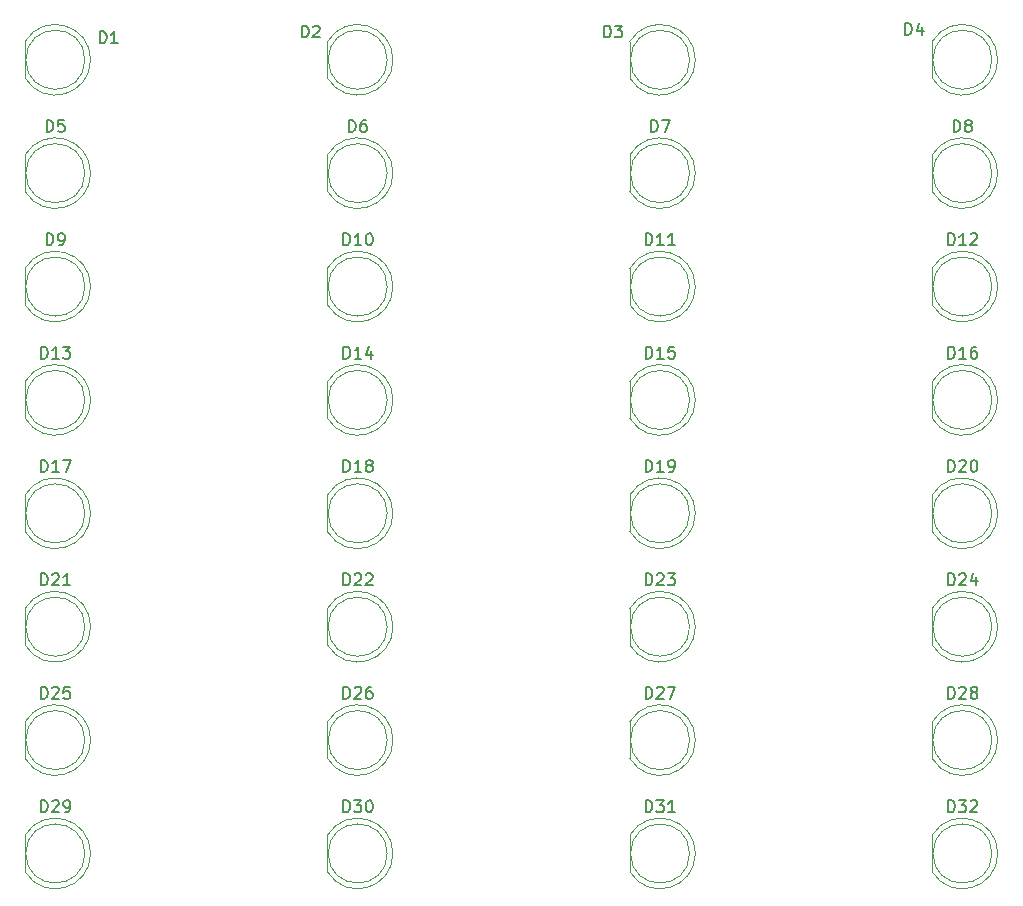
<source format=gbr>
%TF.GenerationSoftware,KiCad,Pcbnew,7.0.7-7.0.7~ubuntu20.04.1*%
%TF.CreationDate,2023-08-28T21:56:30+02:00*%
%TF.ProjectId,ledPCB,6c656450-4342-42e6-9b69-6361645f7063,rev?*%
%TF.SameCoordinates,PX8741bb8PY60eb478*%
%TF.FileFunction,Legend,Top*%
%TF.FilePolarity,Positive*%
%FSLAX46Y46*%
G04 Gerber Fmt 4.6, Leading zero omitted, Abs format (unit mm)*
G04 Created by KiCad (PCBNEW 7.0.7-7.0.7~ubuntu20.04.1) date 2023-08-28 21:56:30*
%MOMM*%
%LPD*%
G01*
G04 APERTURE LIST*
%ADD10C,0.150000*%
%ADD11C,0.120000*%
G04 APERTURE END LIST*
D10*
X-13819286Y-1244819D02*
X-13819286Y-244819D01*
X-13819286Y-244819D02*
X-13581191Y-244819D01*
X-13581191Y-244819D02*
X-13438334Y-292438D01*
X-13438334Y-292438D02*
X-13343096Y-387676D01*
X-13343096Y-387676D02*
X-13295477Y-482914D01*
X-13295477Y-482914D02*
X-13247858Y-673390D01*
X-13247858Y-673390D02*
X-13247858Y-816247D01*
X-13247858Y-816247D02*
X-13295477Y-1006723D01*
X-13295477Y-1006723D02*
X-13343096Y-1101961D01*
X-13343096Y-1101961D02*
X-13438334Y-1197200D01*
X-13438334Y-1197200D02*
X-13581191Y-1244819D01*
X-13581191Y-1244819D02*
X-13819286Y-1244819D01*
X-12295477Y-1244819D02*
X-12866905Y-1244819D01*
X-12581191Y-1244819D02*
X-12581191Y-244819D01*
X-12581191Y-244819D02*
X-12676429Y-387676D01*
X-12676429Y-387676D02*
X-12771667Y-482914D01*
X-12771667Y-482914D02*
X-12866905Y-530533D01*
X-11724048Y-673390D02*
X-11819286Y-625771D01*
X-11819286Y-625771D02*
X-11866905Y-578152D01*
X-11866905Y-578152D02*
X-11914524Y-482914D01*
X-11914524Y-482914D02*
X-11914524Y-435295D01*
X-11914524Y-435295D02*
X-11866905Y-340057D01*
X-11866905Y-340057D02*
X-11819286Y-292438D01*
X-11819286Y-292438D02*
X-11724048Y-244819D01*
X-11724048Y-244819D02*
X-11533572Y-244819D01*
X-11533572Y-244819D02*
X-11438334Y-292438D01*
X-11438334Y-292438D02*
X-11390715Y-340057D01*
X-11390715Y-340057D02*
X-11343096Y-435295D01*
X-11343096Y-435295D02*
X-11343096Y-482914D01*
X-11343096Y-482914D02*
X-11390715Y-578152D01*
X-11390715Y-578152D02*
X-11438334Y-625771D01*
X-11438334Y-625771D02*
X-11533572Y-673390D01*
X-11533572Y-673390D02*
X-11724048Y-673390D01*
X-11724048Y-673390D02*
X-11819286Y-721009D01*
X-11819286Y-721009D02*
X-11866905Y-768628D01*
X-11866905Y-768628D02*
X-11914524Y-863866D01*
X-11914524Y-863866D02*
X-11914524Y-1054342D01*
X-11914524Y-1054342D02*
X-11866905Y-1149580D01*
X-11866905Y-1149580D02*
X-11819286Y-1197200D01*
X-11819286Y-1197200D02*
X-11724048Y-1244819D01*
X-11724048Y-1244819D02*
X-11533572Y-1244819D01*
X-11533572Y-1244819D02*
X-11438334Y-1197200D01*
X-11438334Y-1197200D02*
X-11390715Y-1149580D01*
X-11390715Y-1149580D02*
X-11343096Y-1054342D01*
X-11343096Y-1054342D02*
X-11343096Y-863866D01*
X-11343096Y-863866D02*
X-11390715Y-768628D01*
X-11390715Y-768628D02*
X-11438334Y-721009D01*
X-11438334Y-721009D02*
X-11533572Y-673390D01*
X11780714Y-30044819D02*
X11780714Y-29044819D01*
X11780714Y-29044819D02*
X12018809Y-29044819D01*
X12018809Y-29044819D02*
X12161666Y-29092438D01*
X12161666Y-29092438D02*
X12256904Y-29187676D01*
X12256904Y-29187676D02*
X12304523Y-29282914D01*
X12304523Y-29282914D02*
X12352142Y-29473390D01*
X12352142Y-29473390D02*
X12352142Y-29616247D01*
X12352142Y-29616247D02*
X12304523Y-29806723D01*
X12304523Y-29806723D02*
X12256904Y-29901961D01*
X12256904Y-29901961D02*
X12161666Y-29997200D01*
X12161666Y-29997200D02*
X12018809Y-30044819D01*
X12018809Y-30044819D02*
X11780714Y-30044819D01*
X12685476Y-29044819D02*
X13304523Y-29044819D01*
X13304523Y-29044819D02*
X12971190Y-29425771D01*
X12971190Y-29425771D02*
X13114047Y-29425771D01*
X13114047Y-29425771D02*
X13209285Y-29473390D01*
X13209285Y-29473390D02*
X13256904Y-29521009D01*
X13256904Y-29521009D02*
X13304523Y-29616247D01*
X13304523Y-29616247D02*
X13304523Y-29854342D01*
X13304523Y-29854342D02*
X13256904Y-29949580D01*
X13256904Y-29949580D02*
X13209285Y-29997200D01*
X13209285Y-29997200D02*
X13114047Y-30044819D01*
X13114047Y-30044819D02*
X12828333Y-30044819D01*
X12828333Y-30044819D02*
X12733095Y-29997200D01*
X12733095Y-29997200D02*
X12685476Y-29949580D01*
X14256904Y-30044819D02*
X13685476Y-30044819D01*
X13971190Y-30044819D02*
X13971190Y-29044819D01*
X13971190Y-29044819D02*
X13875952Y-29187676D01*
X13875952Y-29187676D02*
X13780714Y-29282914D01*
X13780714Y-29282914D02*
X13685476Y-29330533D01*
X-13819286Y-20444819D02*
X-13819286Y-19444819D01*
X-13819286Y-19444819D02*
X-13581191Y-19444819D01*
X-13581191Y-19444819D02*
X-13438334Y-19492438D01*
X-13438334Y-19492438D02*
X-13343096Y-19587676D01*
X-13343096Y-19587676D02*
X-13295477Y-19682914D01*
X-13295477Y-19682914D02*
X-13247858Y-19873390D01*
X-13247858Y-19873390D02*
X-13247858Y-20016247D01*
X-13247858Y-20016247D02*
X-13295477Y-20206723D01*
X-13295477Y-20206723D02*
X-13343096Y-20301961D01*
X-13343096Y-20301961D02*
X-13438334Y-20397200D01*
X-13438334Y-20397200D02*
X-13581191Y-20444819D01*
X-13581191Y-20444819D02*
X-13819286Y-20444819D01*
X-12866905Y-19540057D02*
X-12819286Y-19492438D01*
X-12819286Y-19492438D02*
X-12724048Y-19444819D01*
X-12724048Y-19444819D02*
X-12485953Y-19444819D01*
X-12485953Y-19444819D02*
X-12390715Y-19492438D01*
X-12390715Y-19492438D02*
X-12343096Y-19540057D01*
X-12343096Y-19540057D02*
X-12295477Y-19635295D01*
X-12295477Y-19635295D02*
X-12295477Y-19730533D01*
X-12295477Y-19730533D02*
X-12343096Y-19873390D01*
X-12343096Y-19873390D02*
X-12914524Y-20444819D01*
X-12914524Y-20444819D02*
X-12295477Y-20444819D01*
X-11438334Y-19444819D02*
X-11628810Y-19444819D01*
X-11628810Y-19444819D02*
X-11724048Y-19492438D01*
X-11724048Y-19492438D02*
X-11771667Y-19540057D01*
X-11771667Y-19540057D02*
X-11866905Y-19682914D01*
X-11866905Y-19682914D02*
X-11914524Y-19873390D01*
X-11914524Y-19873390D02*
X-11914524Y-20254342D01*
X-11914524Y-20254342D02*
X-11866905Y-20349580D01*
X-11866905Y-20349580D02*
X-11819286Y-20397200D01*
X-11819286Y-20397200D02*
X-11724048Y-20444819D01*
X-11724048Y-20444819D02*
X-11533572Y-20444819D01*
X-11533572Y-20444819D02*
X-11438334Y-20397200D01*
X-11438334Y-20397200D02*
X-11390715Y-20349580D01*
X-11390715Y-20349580D02*
X-11343096Y-20254342D01*
X-11343096Y-20254342D02*
X-11343096Y-20016247D01*
X-11343096Y-20016247D02*
X-11390715Y-19921009D01*
X-11390715Y-19921009D02*
X-11438334Y-19873390D01*
X-11438334Y-19873390D02*
X-11533572Y-19825771D01*
X-11533572Y-19825771D02*
X-11724048Y-19825771D01*
X-11724048Y-19825771D02*
X-11819286Y-19873390D01*
X-11819286Y-19873390D02*
X-11866905Y-19921009D01*
X-11866905Y-19921009D02*
X-11914524Y-20016247D01*
X37380714Y-20444819D02*
X37380714Y-19444819D01*
X37380714Y-19444819D02*
X37618809Y-19444819D01*
X37618809Y-19444819D02*
X37761666Y-19492438D01*
X37761666Y-19492438D02*
X37856904Y-19587676D01*
X37856904Y-19587676D02*
X37904523Y-19682914D01*
X37904523Y-19682914D02*
X37952142Y-19873390D01*
X37952142Y-19873390D02*
X37952142Y-20016247D01*
X37952142Y-20016247D02*
X37904523Y-20206723D01*
X37904523Y-20206723D02*
X37856904Y-20301961D01*
X37856904Y-20301961D02*
X37761666Y-20397200D01*
X37761666Y-20397200D02*
X37618809Y-20444819D01*
X37618809Y-20444819D02*
X37380714Y-20444819D01*
X38333095Y-19540057D02*
X38380714Y-19492438D01*
X38380714Y-19492438D02*
X38475952Y-19444819D01*
X38475952Y-19444819D02*
X38714047Y-19444819D01*
X38714047Y-19444819D02*
X38809285Y-19492438D01*
X38809285Y-19492438D02*
X38856904Y-19540057D01*
X38856904Y-19540057D02*
X38904523Y-19635295D01*
X38904523Y-19635295D02*
X38904523Y-19730533D01*
X38904523Y-19730533D02*
X38856904Y-19873390D01*
X38856904Y-19873390D02*
X38285476Y-20444819D01*
X38285476Y-20444819D02*
X38904523Y-20444819D01*
X39475952Y-19873390D02*
X39380714Y-19825771D01*
X39380714Y-19825771D02*
X39333095Y-19778152D01*
X39333095Y-19778152D02*
X39285476Y-19682914D01*
X39285476Y-19682914D02*
X39285476Y-19635295D01*
X39285476Y-19635295D02*
X39333095Y-19540057D01*
X39333095Y-19540057D02*
X39380714Y-19492438D01*
X39380714Y-19492438D02*
X39475952Y-19444819D01*
X39475952Y-19444819D02*
X39666428Y-19444819D01*
X39666428Y-19444819D02*
X39761666Y-19492438D01*
X39761666Y-19492438D02*
X39809285Y-19540057D01*
X39809285Y-19540057D02*
X39856904Y-19635295D01*
X39856904Y-19635295D02*
X39856904Y-19682914D01*
X39856904Y-19682914D02*
X39809285Y-19778152D01*
X39809285Y-19778152D02*
X39761666Y-19825771D01*
X39761666Y-19825771D02*
X39666428Y-19873390D01*
X39666428Y-19873390D02*
X39475952Y-19873390D01*
X39475952Y-19873390D02*
X39380714Y-19921009D01*
X39380714Y-19921009D02*
X39333095Y-19968628D01*
X39333095Y-19968628D02*
X39285476Y-20063866D01*
X39285476Y-20063866D02*
X39285476Y-20254342D01*
X39285476Y-20254342D02*
X39333095Y-20349580D01*
X39333095Y-20349580D02*
X39380714Y-20397200D01*
X39380714Y-20397200D02*
X39475952Y-20444819D01*
X39475952Y-20444819D02*
X39666428Y-20444819D01*
X39666428Y-20444819D02*
X39761666Y-20397200D01*
X39761666Y-20397200D02*
X39809285Y-20349580D01*
X39809285Y-20349580D02*
X39856904Y-20254342D01*
X39856904Y-20254342D02*
X39856904Y-20063866D01*
X39856904Y-20063866D02*
X39809285Y-19968628D01*
X39809285Y-19968628D02*
X39761666Y-19921009D01*
X39761666Y-19921009D02*
X39666428Y-19873390D01*
X-34438095Y35045181D02*
X-34438095Y36045181D01*
X-34438095Y36045181D02*
X-34200000Y36045181D01*
X-34200000Y36045181D02*
X-34057143Y35997562D01*
X-34057143Y35997562D02*
X-33961905Y35902324D01*
X-33961905Y35902324D02*
X-33914286Y35807086D01*
X-33914286Y35807086D02*
X-33866667Y35616610D01*
X-33866667Y35616610D02*
X-33866667Y35473753D01*
X-33866667Y35473753D02*
X-33914286Y35283277D01*
X-33914286Y35283277D02*
X-33961905Y35188039D01*
X-33961905Y35188039D02*
X-34057143Y35092800D01*
X-34057143Y35092800D02*
X-34200000Y35045181D01*
X-34200000Y35045181D02*
X-34438095Y35045181D01*
X-32914286Y35045181D02*
X-33485714Y35045181D01*
X-33200000Y35045181D02*
X-33200000Y36045181D01*
X-33200000Y36045181D02*
X-33295238Y35902324D01*
X-33295238Y35902324D02*
X-33390476Y35807086D01*
X-33390476Y35807086D02*
X-33485714Y35759467D01*
X-39419286Y-10844819D02*
X-39419286Y-9844819D01*
X-39419286Y-9844819D02*
X-39181191Y-9844819D01*
X-39181191Y-9844819D02*
X-39038334Y-9892438D01*
X-39038334Y-9892438D02*
X-38943096Y-9987676D01*
X-38943096Y-9987676D02*
X-38895477Y-10082914D01*
X-38895477Y-10082914D02*
X-38847858Y-10273390D01*
X-38847858Y-10273390D02*
X-38847858Y-10416247D01*
X-38847858Y-10416247D02*
X-38895477Y-10606723D01*
X-38895477Y-10606723D02*
X-38943096Y-10701961D01*
X-38943096Y-10701961D02*
X-39038334Y-10797200D01*
X-39038334Y-10797200D02*
X-39181191Y-10844819D01*
X-39181191Y-10844819D02*
X-39419286Y-10844819D01*
X-38466905Y-9940057D02*
X-38419286Y-9892438D01*
X-38419286Y-9892438D02*
X-38324048Y-9844819D01*
X-38324048Y-9844819D02*
X-38085953Y-9844819D01*
X-38085953Y-9844819D02*
X-37990715Y-9892438D01*
X-37990715Y-9892438D02*
X-37943096Y-9940057D01*
X-37943096Y-9940057D02*
X-37895477Y-10035295D01*
X-37895477Y-10035295D02*
X-37895477Y-10130533D01*
X-37895477Y-10130533D02*
X-37943096Y-10273390D01*
X-37943096Y-10273390D02*
X-38514524Y-10844819D01*
X-38514524Y-10844819D02*
X-37895477Y-10844819D01*
X-36943096Y-10844819D02*
X-37514524Y-10844819D01*
X-37228810Y-10844819D02*
X-37228810Y-9844819D01*
X-37228810Y-9844819D02*
X-37324048Y-9987676D01*
X-37324048Y-9987676D02*
X-37419286Y-10082914D01*
X-37419286Y-10082914D02*
X-37514524Y-10130533D01*
X-39419286Y8355181D02*
X-39419286Y9355181D01*
X-39419286Y9355181D02*
X-39181191Y9355181D01*
X-39181191Y9355181D02*
X-39038334Y9307562D01*
X-39038334Y9307562D02*
X-38943096Y9212324D01*
X-38943096Y9212324D02*
X-38895477Y9117086D01*
X-38895477Y9117086D02*
X-38847858Y8926610D01*
X-38847858Y8926610D02*
X-38847858Y8783753D01*
X-38847858Y8783753D02*
X-38895477Y8593277D01*
X-38895477Y8593277D02*
X-38943096Y8498039D01*
X-38943096Y8498039D02*
X-39038334Y8402800D01*
X-39038334Y8402800D02*
X-39181191Y8355181D01*
X-39181191Y8355181D02*
X-39419286Y8355181D01*
X-37895477Y8355181D02*
X-38466905Y8355181D01*
X-38181191Y8355181D02*
X-38181191Y9355181D01*
X-38181191Y9355181D02*
X-38276429Y9212324D01*
X-38276429Y9212324D02*
X-38371667Y9117086D01*
X-38371667Y9117086D02*
X-38466905Y9069467D01*
X-37562143Y9355181D02*
X-36943096Y9355181D01*
X-36943096Y9355181D02*
X-37276429Y8974229D01*
X-37276429Y8974229D02*
X-37133572Y8974229D01*
X-37133572Y8974229D02*
X-37038334Y8926610D01*
X-37038334Y8926610D02*
X-36990715Y8878991D01*
X-36990715Y8878991D02*
X-36943096Y8783753D01*
X-36943096Y8783753D02*
X-36943096Y8545658D01*
X-36943096Y8545658D02*
X-36990715Y8450420D01*
X-36990715Y8450420D02*
X-37038334Y8402800D01*
X-37038334Y8402800D02*
X-37133572Y8355181D01*
X-37133572Y8355181D02*
X-37419286Y8355181D01*
X-37419286Y8355181D02*
X-37514524Y8402800D01*
X-37514524Y8402800D02*
X-37562143Y8450420D01*
X11780714Y8355181D02*
X11780714Y9355181D01*
X11780714Y9355181D02*
X12018809Y9355181D01*
X12018809Y9355181D02*
X12161666Y9307562D01*
X12161666Y9307562D02*
X12256904Y9212324D01*
X12256904Y9212324D02*
X12304523Y9117086D01*
X12304523Y9117086D02*
X12352142Y8926610D01*
X12352142Y8926610D02*
X12352142Y8783753D01*
X12352142Y8783753D02*
X12304523Y8593277D01*
X12304523Y8593277D02*
X12256904Y8498039D01*
X12256904Y8498039D02*
X12161666Y8402800D01*
X12161666Y8402800D02*
X12018809Y8355181D01*
X12018809Y8355181D02*
X11780714Y8355181D01*
X13304523Y8355181D02*
X12733095Y8355181D01*
X13018809Y8355181D02*
X13018809Y9355181D01*
X13018809Y9355181D02*
X12923571Y9212324D01*
X12923571Y9212324D02*
X12828333Y9117086D01*
X12828333Y9117086D02*
X12733095Y9069467D01*
X14209285Y9355181D02*
X13733095Y9355181D01*
X13733095Y9355181D02*
X13685476Y8878991D01*
X13685476Y8878991D02*
X13733095Y8926610D01*
X13733095Y8926610D02*
X13828333Y8974229D01*
X13828333Y8974229D02*
X14066428Y8974229D01*
X14066428Y8974229D02*
X14161666Y8926610D01*
X14161666Y8926610D02*
X14209285Y8878991D01*
X14209285Y8878991D02*
X14256904Y8783753D01*
X14256904Y8783753D02*
X14256904Y8545658D01*
X14256904Y8545658D02*
X14209285Y8450420D01*
X14209285Y8450420D02*
X14161666Y8402800D01*
X14161666Y8402800D02*
X14066428Y8355181D01*
X14066428Y8355181D02*
X13828333Y8355181D01*
X13828333Y8355181D02*
X13733095Y8402800D01*
X13733095Y8402800D02*
X13685476Y8450420D01*
X-38943095Y17955181D02*
X-38943095Y18955181D01*
X-38943095Y18955181D02*
X-38705000Y18955181D01*
X-38705000Y18955181D02*
X-38562143Y18907562D01*
X-38562143Y18907562D02*
X-38466905Y18812324D01*
X-38466905Y18812324D02*
X-38419286Y18717086D01*
X-38419286Y18717086D02*
X-38371667Y18526610D01*
X-38371667Y18526610D02*
X-38371667Y18383753D01*
X-38371667Y18383753D02*
X-38419286Y18193277D01*
X-38419286Y18193277D02*
X-38466905Y18098039D01*
X-38466905Y18098039D02*
X-38562143Y18002800D01*
X-38562143Y18002800D02*
X-38705000Y17955181D01*
X-38705000Y17955181D02*
X-38943095Y17955181D01*
X-37895476Y17955181D02*
X-37705000Y17955181D01*
X-37705000Y17955181D02*
X-37609762Y18002800D01*
X-37609762Y18002800D02*
X-37562143Y18050420D01*
X-37562143Y18050420D02*
X-37466905Y18193277D01*
X-37466905Y18193277D02*
X-37419286Y18383753D01*
X-37419286Y18383753D02*
X-37419286Y18764705D01*
X-37419286Y18764705D02*
X-37466905Y18859943D01*
X-37466905Y18859943D02*
X-37514524Y18907562D01*
X-37514524Y18907562D02*
X-37609762Y18955181D01*
X-37609762Y18955181D02*
X-37800238Y18955181D01*
X-37800238Y18955181D02*
X-37895476Y18907562D01*
X-37895476Y18907562D02*
X-37943095Y18859943D01*
X-37943095Y18859943D02*
X-37990714Y18764705D01*
X-37990714Y18764705D02*
X-37990714Y18526610D01*
X-37990714Y18526610D02*
X-37943095Y18431372D01*
X-37943095Y18431372D02*
X-37895476Y18383753D01*
X-37895476Y18383753D02*
X-37800238Y18336134D01*
X-37800238Y18336134D02*
X-37609762Y18336134D01*
X-37609762Y18336134D02*
X-37514524Y18383753D01*
X-37514524Y18383753D02*
X-37466905Y18431372D01*
X-37466905Y18431372D02*
X-37419286Y18526610D01*
X-13819286Y17955181D02*
X-13819286Y18955181D01*
X-13819286Y18955181D02*
X-13581191Y18955181D01*
X-13581191Y18955181D02*
X-13438334Y18907562D01*
X-13438334Y18907562D02*
X-13343096Y18812324D01*
X-13343096Y18812324D02*
X-13295477Y18717086D01*
X-13295477Y18717086D02*
X-13247858Y18526610D01*
X-13247858Y18526610D02*
X-13247858Y18383753D01*
X-13247858Y18383753D02*
X-13295477Y18193277D01*
X-13295477Y18193277D02*
X-13343096Y18098039D01*
X-13343096Y18098039D02*
X-13438334Y18002800D01*
X-13438334Y18002800D02*
X-13581191Y17955181D01*
X-13581191Y17955181D02*
X-13819286Y17955181D01*
X-12295477Y17955181D02*
X-12866905Y17955181D01*
X-12581191Y17955181D02*
X-12581191Y18955181D01*
X-12581191Y18955181D02*
X-12676429Y18812324D01*
X-12676429Y18812324D02*
X-12771667Y18717086D01*
X-12771667Y18717086D02*
X-12866905Y18669467D01*
X-11676429Y18955181D02*
X-11581191Y18955181D01*
X-11581191Y18955181D02*
X-11485953Y18907562D01*
X-11485953Y18907562D02*
X-11438334Y18859943D01*
X-11438334Y18859943D02*
X-11390715Y18764705D01*
X-11390715Y18764705D02*
X-11343096Y18574229D01*
X-11343096Y18574229D02*
X-11343096Y18336134D01*
X-11343096Y18336134D02*
X-11390715Y18145658D01*
X-11390715Y18145658D02*
X-11438334Y18050420D01*
X-11438334Y18050420D02*
X-11485953Y18002800D01*
X-11485953Y18002800D02*
X-11581191Y17955181D01*
X-11581191Y17955181D02*
X-11676429Y17955181D01*
X-11676429Y17955181D02*
X-11771667Y18002800D01*
X-11771667Y18002800D02*
X-11819286Y18050420D01*
X-11819286Y18050420D02*
X-11866905Y18145658D01*
X-11866905Y18145658D02*
X-11914524Y18336134D01*
X-11914524Y18336134D02*
X-11914524Y18574229D01*
X-11914524Y18574229D02*
X-11866905Y18764705D01*
X-11866905Y18764705D02*
X-11819286Y18859943D01*
X-11819286Y18859943D02*
X-11771667Y18907562D01*
X-11771667Y18907562D02*
X-11676429Y18955181D01*
X37380714Y-10844819D02*
X37380714Y-9844819D01*
X37380714Y-9844819D02*
X37618809Y-9844819D01*
X37618809Y-9844819D02*
X37761666Y-9892438D01*
X37761666Y-9892438D02*
X37856904Y-9987676D01*
X37856904Y-9987676D02*
X37904523Y-10082914D01*
X37904523Y-10082914D02*
X37952142Y-10273390D01*
X37952142Y-10273390D02*
X37952142Y-10416247D01*
X37952142Y-10416247D02*
X37904523Y-10606723D01*
X37904523Y-10606723D02*
X37856904Y-10701961D01*
X37856904Y-10701961D02*
X37761666Y-10797200D01*
X37761666Y-10797200D02*
X37618809Y-10844819D01*
X37618809Y-10844819D02*
X37380714Y-10844819D01*
X38333095Y-9940057D02*
X38380714Y-9892438D01*
X38380714Y-9892438D02*
X38475952Y-9844819D01*
X38475952Y-9844819D02*
X38714047Y-9844819D01*
X38714047Y-9844819D02*
X38809285Y-9892438D01*
X38809285Y-9892438D02*
X38856904Y-9940057D01*
X38856904Y-9940057D02*
X38904523Y-10035295D01*
X38904523Y-10035295D02*
X38904523Y-10130533D01*
X38904523Y-10130533D02*
X38856904Y-10273390D01*
X38856904Y-10273390D02*
X38285476Y-10844819D01*
X38285476Y-10844819D02*
X38904523Y-10844819D01*
X39761666Y-10178152D02*
X39761666Y-10844819D01*
X39523571Y-9797200D02*
X39285476Y-10511485D01*
X39285476Y-10511485D02*
X39904523Y-10511485D01*
X-13343095Y27555181D02*
X-13343095Y28555181D01*
X-13343095Y28555181D02*
X-13105000Y28555181D01*
X-13105000Y28555181D02*
X-12962143Y28507562D01*
X-12962143Y28507562D02*
X-12866905Y28412324D01*
X-12866905Y28412324D02*
X-12819286Y28317086D01*
X-12819286Y28317086D02*
X-12771667Y28126610D01*
X-12771667Y28126610D02*
X-12771667Y27983753D01*
X-12771667Y27983753D02*
X-12819286Y27793277D01*
X-12819286Y27793277D02*
X-12866905Y27698039D01*
X-12866905Y27698039D02*
X-12962143Y27602800D01*
X-12962143Y27602800D02*
X-13105000Y27555181D01*
X-13105000Y27555181D02*
X-13343095Y27555181D01*
X-11914524Y28555181D02*
X-12105000Y28555181D01*
X-12105000Y28555181D02*
X-12200238Y28507562D01*
X-12200238Y28507562D02*
X-12247857Y28459943D01*
X-12247857Y28459943D02*
X-12343095Y28317086D01*
X-12343095Y28317086D02*
X-12390714Y28126610D01*
X-12390714Y28126610D02*
X-12390714Y27745658D01*
X-12390714Y27745658D02*
X-12343095Y27650420D01*
X-12343095Y27650420D02*
X-12295476Y27602800D01*
X-12295476Y27602800D02*
X-12200238Y27555181D01*
X-12200238Y27555181D02*
X-12009762Y27555181D01*
X-12009762Y27555181D02*
X-11914524Y27602800D01*
X-11914524Y27602800D02*
X-11866905Y27650420D01*
X-11866905Y27650420D02*
X-11819286Y27745658D01*
X-11819286Y27745658D02*
X-11819286Y27983753D01*
X-11819286Y27983753D02*
X-11866905Y28078991D01*
X-11866905Y28078991D02*
X-11914524Y28126610D01*
X-11914524Y28126610D02*
X-12009762Y28174229D01*
X-12009762Y28174229D02*
X-12200238Y28174229D01*
X-12200238Y28174229D02*
X-12295476Y28126610D01*
X-12295476Y28126610D02*
X-12343095Y28078991D01*
X-12343095Y28078991D02*
X-12390714Y27983753D01*
X33761905Y35745181D02*
X33761905Y36745181D01*
X33761905Y36745181D02*
X34000000Y36745181D01*
X34000000Y36745181D02*
X34142857Y36697562D01*
X34142857Y36697562D02*
X34238095Y36602324D01*
X34238095Y36602324D02*
X34285714Y36507086D01*
X34285714Y36507086D02*
X34333333Y36316610D01*
X34333333Y36316610D02*
X34333333Y36173753D01*
X34333333Y36173753D02*
X34285714Y35983277D01*
X34285714Y35983277D02*
X34238095Y35888039D01*
X34238095Y35888039D02*
X34142857Y35792800D01*
X34142857Y35792800D02*
X34000000Y35745181D01*
X34000000Y35745181D02*
X33761905Y35745181D01*
X35190476Y36411848D02*
X35190476Y35745181D01*
X34952381Y36792800D02*
X34714286Y36078515D01*
X34714286Y36078515D02*
X35333333Y36078515D01*
X11780714Y-20444819D02*
X11780714Y-19444819D01*
X11780714Y-19444819D02*
X12018809Y-19444819D01*
X12018809Y-19444819D02*
X12161666Y-19492438D01*
X12161666Y-19492438D02*
X12256904Y-19587676D01*
X12256904Y-19587676D02*
X12304523Y-19682914D01*
X12304523Y-19682914D02*
X12352142Y-19873390D01*
X12352142Y-19873390D02*
X12352142Y-20016247D01*
X12352142Y-20016247D02*
X12304523Y-20206723D01*
X12304523Y-20206723D02*
X12256904Y-20301961D01*
X12256904Y-20301961D02*
X12161666Y-20397200D01*
X12161666Y-20397200D02*
X12018809Y-20444819D01*
X12018809Y-20444819D02*
X11780714Y-20444819D01*
X12733095Y-19540057D02*
X12780714Y-19492438D01*
X12780714Y-19492438D02*
X12875952Y-19444819D01*
X12875952Y-19444819D02*
X13114047Y-19444819D01*
X13114047Y-19444819D02*
X13209285Y-19492438D01*
X13209285Y-19492438D02*
X13256904Y-19540057D01*
X13256904Y-19540057D02*
X13304523Y-19635295D01*
X13304523Y-19635295D02*
X13304523Y-19730533D01*
X13304523Y-19730533D02*
X13256904Y-19873390D01*
X13256904Y-19873390D02*
X12685476Y-20444819D01*
X12685476Y-20444819D02*
X13304523Y-20444819D01*
X13637857Y-19444819D02*
X14304523Y-19444819D01*
X14304523Y-19444819D02*
X13875952Y-20444819D01*
X-13819286Y-30044819D02*
X-13819286Y-29044819D01*
X-13819286Y-29044819D02*
X-13581191Y-29044819D01*
X-13581191Y-29044819D02*
X-13438334Y-29092438D01*
X-13438334Y-29092438D02*
X-13343096Y-29187676D01*
X-13343096Y-29187676D02*
X-13295477Y-29282914D01*
X-13295477Y-29282914D02*
X-13247858Y-29473390D01*
X-13247858Y-29473390D02*
X-13247858Y-29616247D01*
X-13247858Y-29616247D02*
X-13295477Y-29806723D01*
X-13295477Y-29806723D02*
X-13343096Y-29901961D01*
X-13343096Y-29901961D02*
X-13438334Y-29997200D01*
X-13438334Y-29997200D02*
X-13581191Y-30044819D01*
X-13581191Y-30044819D02*
X-13819286Y-30044819D01*
X-12914524Y-29044819D02*
X-12295477Y-29044819D01*
X-12295477Y-29044819D02*
X-12628810Y-29425771D01*
X-12628810Y-29425771D02*
X-12485953Y-29425771D01*
X-12485953Y-29425771D02*
X-12390715Y-29473390D01*
X-12390715Y-29473390D02*
X-12343096Y-29521009D01*
X-12343096Y-29521009D02*
X-12295477Y-29616247D01*
X-12295477Y-29616247D02*
X-12295477Y-29854342D01*
X-12295477Y-29854342D02*
X-12343096Y-29949580D01*
X-12343096Y-29949580D02*
X-12390715Y-29997200D01*
X-12390715Y-29997200D02*
X-12485953Y-30044819D01*
X-12485953Y-30044819D02*
X-12771667Y-30044819D01*
X-12771667Y-30044819D02*
X-12866905Y-29997200D01*
X-12866905Y-29997200D02*
X-12914524Y-29949580D01*
X-11676429Y-29044819D02*
X-11581191Y-29044819D01*
X-11581191Y-29044819D02*
X-11485953Y-29092438D01*
X-11485953Y-29092438D02*
X-11438334Y-29140057D01*
X-11438334Y-29140057D02*
X-11390715Y-29235295D01*
X-11390715Y-29235295D02*
X-11343096Y-29425771D01*
X-11343096Y-29425771D02*
X-11343096Y-29663866D01*
X-11343096Y-29663866D02*
X-11390715Y-29854342D01*
X-11390715Y-29854342D02*
X-11438334Y-29949580D01*
X-11438334Y-29949580D02*
X-11485953Y-29997200D01*
X-11485953Y-29997200D02*
X-11581191Y-30044819D01*
X-11581191Y-30044819D02*
X-11676429Y-30044819D01*
X-11676429Y-30044819D02*
X-11771667Y-29997200D01*
X-11771667Y-29997200D02*
X-11819286Y-29949580D01*
X-11819286Y-29949580D02*
X-11866905Y-29854342D01*
X-11866905Y-29854342D02*
X-11914524Y-29663866D01*
X-11914524Y-29663866D02*
X-11914524Y-29425771D01*
X-11914524Y-29425771D02*
X-11866905Y-29235295D01*
X-11866905Y-29235295D02*
X-11819286Y-29140057D01*
X-11819286Y-29140057D02*
X-11771667Y-29092438D01*
X-11771667Y-29092438D02*
X-11676429Y-29044819D01*
X11780714Y-1244819D02*
X11780714Y-244819D01*
X11780714Y-244819D02*
X12018809Y-244819D01*
X12018809Y-244819D02*
X12161666Y-292438D01*
X12161666Y-292438D02*
X12256904Y-387676D01*
X12256904Y-387676D02*
X12304523Y-482914D01*
X12304523Y-482914D02*
X12352142Y-673390D01*
X12352142Y-673390D02*
X12352142Y-816247D01*
X12352142Y-816247D02*
X12304523Y-1006723D01*
X12304523Y-1006723D02*
X12256904Y-1101961D01*
X12256904Y-1101961D02*
X12161666Y-1197200D01*
X12161666Y-1197200D02*
X12018809Y-1244819D01*
X12018809Y-1244819D02*
X11780714Y-1244819D01*
X13304523Y-1244819D02*
X12733095Y-1244819D01*
X13018809Y-1244819D02*
X13018809Y-244819D01*
X13018809Y-244819D02*
X12923571Y-387676D01*
X12923571Y-387676D02*
X12828333Y-482914D01*
X12828333Y-482914D02*
X12733095Y-530533D01*
X13780714Y-1244819D02*
X13971190Y-1244819D01*
X13971190Y-1244819D02*
X14066428Y-1197200D01*
X14066428Y-1197200D02*
X14114047Y-1149580D01*
X14114047Y-1149580D02*
X14209285Y-1006723D01*
X14209285Y-1006723D02*
X14256904Y-816247D01*
X14256904Y-816247D02*
X14256904Y-435295D01*
X14256904Y-435295D02*
X14209285Y-340057D01*
X14209285Y-340057D02*
X14161666Y-292438D01*
X14161666Y-292438D02*
X14066428Y-244819D01*
X14066428Y-244819D02*
X13875952Y-244819D01*
X13875952Y-244819D02*
X13780714Y-292438D01*
X13780714Y-292438D02*
X13733095Y-340057D01*
X13733095Y-340057D02*
X13685476Y-435295D01*
X13685476Y-435295D02*
X13685476Y-673390D01*
X13685476Y-673390D02*
X13733095Y-768628D01*
X13733095Y-768628D02*
X13780714Y-816247D01*
X13780714Y-816247D02*
X13875952Y-863866D01*
X13875952Y-863866D02*
X14066428Y-863866D01*
X14066428Y-863866D02*
X14161666Y-816247D01*
X14161666Y-816247D02*
X14209285Y-768628D01*
X14209285Y-768628D02*
X14256904Y-673390D01*
X37380714Y-1244819D02*
X37380714Y-244819D01*
X37380714Y-244819D02*
X37618809Y-244819D01*
X37618809Y-244819D02*
X37761666Y-292438D01*
X37761666Y-292438D02*
X37856904Y-387676D01*
X37856904Y-387676D02*
X37904523Y-482914D01*
X37904523Y-482914D02*
X37952142Y-673390D01*
X37952142Y-673390D02*
X37952142Y-816247D01*
X37952142Y-816247D02*
X37904523Y-1006723D01*
X37904523Y-1006723D02*
X37856904Y-1101961D01*
X37856904Y-1101961D02*
X37761666Y-1197200D01*
X37761666Y-1197200D02*
X37618809Y-1244819D01*
X37618809Y-1244819D02*
X37380714Y-1244819D01*
X38333095Y-340057D02*
X38380714Y-292438D01*
X38380714Y-292438D02*
X38475952Y-244819D01*
X38475952Y-244819D02*
X38714047Y-244819D01*
X38714047Y-244819D02*
X38809285Y-292438D01*
X38809285Y-292438D02*
X38856904Y-340057D01*
X38856904Y-340057D02*
X38904523Y-435295D01*
X38904523Y-435295D02*
X38904523Y-530533D01*
X38904523Y-530533D02*
X38856904Y-673390D01*
X38856904Y-673390D02*
X38285476Y-1244819D01*
X38285476Y-1244819D02*
X38904523Y-1244819D01*
X39523571Y-244819D02*
X39618809Y-244819D01*
X39618809Y-244819D02*
X39714047Y-292438D01*
X39714047Y-292438D02*
X39761666Y-340057D01*
X39761666Y-340057D02*
X39809285Y-435295D01*
X39809285Y-435295D02*
X39856904Y-625771D01*
X39856904Y-625771D02*
X39856904Y-863866D01*
X39856904Y-863866D02*
X39809285Y-1054342D01*
X39809285Y-1054342D02*
X39761666Y-1149580D01*
X39761666Y-1149580D02*
X39714047Y-1197200D01*
X39714047Y-1197200D02*
X39618809Y-1244819D01*
X39618809Y-1244819D02*
X39523571Y-1244819D01*
X39523571Y-1244819D02*
X39428333Y-1197200D01*
X39428333Y-1197200D02*
X39380714Y-1149580D01*
X39380714Y-1149580D02*
X39333095Y-1054342D01*
X39333095Y-1054342D02*
X39285476Y-863866D01*
X39285476Y-863866D02*
X39285476Y-625771D01*
X39285476Y-625771D02*
X39333095Y-435295D01*
X39333095Y-435295D02*
X39380714Y-340057D01*
X39380714Y-340057D02*
X39428333Y-292438D01*
X39428333Y-292438D02*
X39523571Y-244819D01*
X-13819286Y-10844819D02*
X-13819286Y-9844819D01*
X-13819286Y-9844819D02*
X-13581191Y-9844819D01*
X-13581191Y-9844819D02*
X-13438334Y-9892438D01*
X-13438334Y-9892438D02*
X-13343096Y-9987676D01*
X-13343096Y-9987676D02*
X-13295477Y-10082914D01*
X-13295477Y-10082914D02*
X-13247858Y-10273390D01*
X-13247858Y-10273390D02*
X-13247858Y-10416247D01*
X-13247858Y-10416247D02*
X-13295477Y-10606723D01*
X-13295477Y-10606723D02*
X-13343096Y-10701961D01*
X-13343096Y-10701961D02*
X-13438334Y-10797200D01*
X-13438334Y-10797200D02*
X-13581191Y-10844819D01*
X-13581191Y-10844819D02*
X-13819286Y-10844819D01*
X-12866905Y-9940057D02*
X-12819286Y-9892438D01*
X-12819286Y-9892438D02*
X-12724048Y-9844819D01*
X-12724048Y-9844819D02*
X-12485953Y-9844819D01*
X-12485953Y-9844819D02*
X-12390715Y-9892438D01*
X-12390715Y-9892438D02*
X-12343096Y-9940057D01*
X-12343096Y-9940057D02*
X-12295477Y-10035295D01*
X-12295477Y-10035295D02*
X-12295477Y-10130533D01*
X-12295477Y-10130533D02*
X-12343096Y-10273390D01*
X-12343096Y-10273390D02*
X-12914524Y-10844819D01*
X-12914524Y-10844819D02*
X-12295477Y-10844819D01*
X-11914524Y-9940057D02*
X-11866905Y-9892438D01*
X-11866905Y-9892438D02*
X-11771667Y-9844819D01*
X-11771667Y-9844819D02*
X-11533572Y-9844819D01*
X-11533572Y-9844819D02*
X-11438334Y-9892438D01*
X-11438334Y-9892438D02*
X-11390715Y-9940057D01*
X-11390715Y-9940057D02*
X-11343096Y-10035295D01*
X-11343096Y-10035295D02*
X-11343096Y-10130533D01*
X-11343096Y-10130533D02*
X-11390715Y-10273390D01*
X-11390715Y-10273390D02*
X-11962143Y-10844819D01*
X-11962143Y-10844819D02*
X-11343096Y-10844819D01*
X37380714Y17955181D02*
X37380714Y18955181D01*
X37380714Y18955181D02*
X37618809Y18955181D01*
X37618809Y18955181D02*
X37761666Y18907562D01*
X37761666Y18907562D02*
X37856904Y18812324D01*
X37856904Y18812324D02*
X37904523Y18717086D01*
X37904523Y18717086D02*
X37952142Y18526610D01*
X37952142Y18526610D02*
X37952142Y18383753D01*
X37952142Y18383753D02*
X37904523Y18193277D01*
X37904523Y18193277D02*
X37856904Y18098039D01*
X37856904Y18098039D02*
X37761666Y18002800D01*
X37761666Y18002800D02*
X37618809Y17955181D01*
X37618809Y17955181D02*
X37380714Y17955181D01*
X38904523Y17955181D02*
X38333095Y17955181D01*
X38618809Y17955181D02*
X38618809Y18955181D01*
X38618809Y18955181D02*
X38523571Y18812324D01*
X38523571Y18812324D02*
X38428333Y18717086D01*
X38428333Y18717086D02*
X38333095Y18669467D01*
X39285476Y18859943D02*
X39333095Y18907562D01*
X39333095Y18907562D02*
X39428333Y18955181D01*
X39428333Y18955181D02*
X39666428Y18955181D01*
X39666428Y18955181D02*
X39761666Y18907562D01*
X39761666Y18907562D02*
X39809285Y18859943D01*
X39809285Y18859943D02*
X39856904Y18764705D01*
X39856904Y18764705D02*
X39856904Y18669467D01*
X39856904Y18669467D02*
X39809285Y18526610D01*
X39809285Y18526610D02*
X39237857Y17955181D01*
X39237857Y17955181D02*
X39856904Y17955181D01*
X11780714Y17955181D02*
X11780714Y18955181D01*
X11780714Y18955181D02*
X12018809Y18955181D01*
X12018809Y18955181D02*
X12161666Y18907562D01*
X12161666Y18907562D02*
X12256904Y18812324D01*
X12256904Y18812324D02*
X12304523Y18717086D01*
X12304523Y18717086D02*
X12352142Y18526610D01*
X12352142Y18526610D02*
X12352142Y18383753D01*
X12352142Y18383753D02*
X12304523Y18193277D01*
X12304523Y18193277D02*
X12256904Y18098039D01*
X12256904Y18098039D02*
X12161666Y18002800D01*
X12161666Y18002800D02*
X12018809Y17955181D01*
X12018809Y17955181D02*
X11780714Y17955181D01*
X13304523Y17955181D02*
X12733095Y17955181D01*
X13018809Y17955181D02*
X13018809Y18955181D01*
X13018809Y18955181D02*
X12923571Y18812324D01*
X12923571Y18812324D02*
X12828333Y18717086D01*
X12828333Y18717086D02*
X12733095Y18669467D01*
X14256904Y17955181D02*
X13685476Y17955181D01*
X13971190Y17955181D02*
X13971190Y18955181D01*
X13971190Y18955181D02*
X13875952Y18812324D01*
X13875952Y18812324D02*
X13780714Y18717086D01*
X13780714Y18717086D02*
X13685476Y18669467D01*
X12256905Y27555181D02*
X12256905Y28555181D01*
X12256905Y28555181D02*
X12495000Y28555181D01*
X12495000Y28555181D02*
X12637857Y28507562D01*
X12637857Y28507562D02*
X12733095Y28412324D01*
X12733095Y28412324D02*
X12780714Y28317086D01*
X12780714Y28317086D02*
X12828333Y28126610D01*
X12828333Y28126610D02*
X12828333Y27983753D01*
X12828333Y27983753D02*
X12780714Y27793277D01*
X12780714Y27793277D02*
X12733095Y27698039D01*
X12733095Y27698039D02*
X12637857Y27602800D01*
X12637857Y27602800D02*
X12495000Y27555181D01*
X12495000Y27555181D02*
X12256905Y27555181D01*
X13161667Y28555181D02*
X13828333Y28555181D01*
X13828333Y28555181D02*
X13399762Y27555181D01*
X-39419286Y-20444819D02*
X-39419286Y-19444819D01*
X-39419286Y-19444819D02*
X-39181191Y-19444819D01*
X-39181191Y-19444819D02*
X-39038334Y-19492438D01*
X-39038334Y-19492438D02*
X-38943096Y-19587676D01*
X-38943096Y-19587676D02*
X-38895477Y-19682914D01*
X-38895477Y-19682914D02*
X-38847858Y-19873390D01*
X-38847858Y-19873390D02*
X-38847858Y-20016247D01*
X-38847858Y-20016247D02*
X-38895477Y-20206723D01*
X-38895477Y-20206723D02*
X-38943096Y-20301961D01*
X-38943096Y-20301961D02*
X-39038334Y-20397200D01*
X-39038334Y-20397200D02*
X-39181191Y-20444819D01*
X-39181191Y-20444819D02*
X-39419286Y-20444819D01*
X-38466905Y-19540057D02*
X-38419286Y-19492438D01*
X-38419286Y-19492438D02*
X-38324048Y-19444819D01*
X-38324048Y-19444819D02*
X-38085953Y-19444819D01*
X-38085953Y-19444819D02*
X-37990715Y-19492438D01*
X-37990715Y-19492438D02*
X-37943096Y-19540057D01*
X-37943096Y-19540057D02*
X-37895477Y-19635295D01*
X-37895477Y-19635295D02*
X-37895477Y-19730533D01*
X-37895477Y-19730533D02*
X-37943096Y-19873390D01*
X-37943096Y-19873390D02*
X-38514524Y-20444819D01*
X-38514524Y-20444819D02*
X-37895477Y-20444819D01*
X-36990715Y-19444819D02*
X-37466905Y-19444819D01*
X-37466905Y-19444819D02*
X-37514524Y-19921009D01*
X-37514524Y-19921009D02*
X-37466905Y-19873390D01*
X-37466905Y-19873390D02*
X-37371667Y-19825771D01*
X-37371667Y-19825771D02*
X-37133572Y-19825771D01*
X-37133572Y-19825771D02*
X-37038334Y-19873390D01*
X-37038334Y-19873390D02*
X-36990715Y-19921009D01*
X-36990715Y-19921009D02*
X-36943096Y-20016247D01*
X-36943096Y-20016247D02*
X-36943096Y-20254342D01*
X-36943096Y-20254342D02*
X-36990715Y-20349580D01*
X-36990715Y-20349580D02*
X-37038334Y-20397200D01*
X-37038334Y-20397200D02*
X-37133572Y-20444819D01*
X-37133572Y-20444819D02*
X-37371667Y-20444819D01*
X-37371667Y-20444819D02*
X-37466905Y-20397200D01*
X-37466905Y-20397200D02*
X-37514524Y-20349580D01*
X37856905Y27555181D02*
X37856905Y28555181D01*
X37856905Y28555181D02*
X38095000Y28555181D01*
X38095000Y28555181D02*
X38237857Y28507562D01*
X38237857Y28507562D02*
X38333095Y28412324D01*
X38333095Y28412324D02*
X38380714Y28317086D01*
X38380714Y28317086D02*
X38428333Y28126610D01*
X38428333Y28126610D02*
X38428333Y27983753D01*
X38428333Y27983753D02*
X38380714Y27793277D01*
X38380714Y27793277D02*
X38333095Y27698039D01*
X38333095Y27698039D02*
X38237857Y27602800D01*
X38237857Y27602800D02*
X38095000Y27555181D01*
X38095000Y27555181D02*
X37856905Y27555181D01*
X38999762Y28126610D02*
X38904524Y28174229D01*
X38904524Y28174229D02*
X38856905Y28221848D01*
X38856905Y28221848D02*
X38809286Y28317086D01*
X38809286Y28317086D02*
X38809286Y28364705D01*
X38809286Y28364705D02*
X38856905Y28459943D01*
X38856905Y28459943D02*
X38904524Y28507562D01*
X38904524Y28507562D02*
X38999762Y28555181D01*
X38999762Y28555181D02*
X39190238Y28555181D01*
X39190238Y28555181D02*
X39285476Y28507562D01*
X39285476Y28507562D02*
X39333095Y28459943D01*
X39333095Y28459943D02*
X39380714Y28364705D01*
X39380714Y28364705D02*
X39380714Y28317086D01*
X39380714Y28317086D02*
X39333095Y28221848D01*
X39333095Y28221848D02*
X39285476Y28174229D01*
X39285476Y28174229D02*
X39190238Y28126610D01*
X39190238Y28126610D02*
X38999762Y28126610D01*
X38999762Y28126610D02*
X38904524Y28078991D01*
X38904524Y28078991D02*
X38856905Y28031372D01*
X38856905Y28031372D02*
X38809286Y27936134D01*
X38809286Y27936134D02*
X38809286Y27745658D01*
X38809286Y27745658D02*
X38856905Y27650420D01*
X38856905Y27650420D02*
X38904524Y27602800D01*
X38904524Y27602800D02*
X38999762Y27555181D01*
X38999762Y27555181D02*
X39190238Y27555181D01*
X39190238Y27555181D02*
X39285476Y27602800D01*
X39285476Y27602800D02*
X39333095Y27650420D01*
X39333095Y27650420D02*
X39380714Y27745658D01*
X39380714Y27745658D02*
X39380714Y27936134D01*
X39380714Y27936134D02*
X39333095Y28031372D01*
X39333095Y28031372D02*
X39285476Y28078991D01*
X39285476Y28078991D02*
X39190238Y28126610D01*
X-39419286Y-1244819D02*
X-39419286Y-244819D01*
X-39419286Y-244819D02*
X-39181191Y-244819D01*
X-39181191Y-244819D02*
X-39038334Y-292438D01*
X-39038334Y-292438D02*
X-38943096Y-387676D01*
X-38943096Y-387676D02*
X-38895477Y-482914D01*
X-38895477Y-482914D02*
X-38847858Y-673390D01*
X-38847858Y-673390D02*
X-38847858Y-816247D01*
X-38847858Y-816247D02*
X-38895477Y-1006723D01*
X-38895477Y-1006723D02*
X-38943096Y-1101961D01*
X-38943096Y-1101961D02*
X-39038334Y-1197200D01*
X-39038334Y-1197200D02*
X-39181191Y-1244819D01*
X-39181191Y-1244819D02*
X-39419286Y-1244819D01*
X-37895477Y-1244819D02*
X-38466905Y-1244819D01*
X-38181191Y-1244819D02*
X-38181191Y-244819D01*
X-38181191Y-244819D02*
X-38276429Y-387676D01*
X-38276429Y-387676D02*
X-38371667Y-482914D01*
X-38371667Y-482914D02*
X-38466905Y-530533D01*
X-37562143Y-244819D02*
X-36895477Y-244819D01*
X-36895477Y-244819D02*
X-37324048Y-1244819D01*
X-13819286Y8355181D02*
X-13819286Y9355181D01*
X-13819286Y9355181D02*
X-13581191Y9355181D01*
X-13581191Y9355181D02*
X-13438334Y9307562D01*
X-13438334Y9307562D02*
X-13343096Y9212324D01*
X-13343096Y9212324D02*
X-13295477Y9117086D01*
X-13295477Y9117086D02*
X-13247858Y8926610D01*
X-13247858Y8926610D02*
X-13247858Y8783753D01*
X-13247858Y8783753D02*
X-13295477Y8593277D01*
X-13295477Y8593277D02*
X-13343096Y8498039D01*
X-13343096Y8498039D02*
X-13438334Y8402800D01*
X-13438334Y8402800D02*
X-13581191Y8355181D01*
X-13581191Y8355181D02*
X-13819286Y8355181D01*
X-12295477Y8355181D02*
X-12866905Y8355181D01*
X-12581191Y8355181D02*
X-12581191Y9355181D01*
X-12581191Y9355181D02*
X-12676429Y9212324D01*
X-12676429Y9212324D02*
X-12771667Y9117086D01*
X-12771667Y9117086D02*
X-12866905Y9069467D01*
X-11438334Y9021848D02*
X-11438334Y8355181D01*
X-11676429Y9402800D02*
X-11914524Y8688515D01*
X-11914524Y8688515D02*
X-11295477Y8688515D01*
X-39419286Y-30044819D02*
X-39419286Y-29044819D01*
X-39419286Y-29044819D02*
X-39181191Y-29044819D01*
X-39181191Y-29044819D02*
X-39038334Y-29092438D01*
X-39038334Y-29092438D02*
X-38943096Y-29187676D01*
X-38943096Y-29187676D02*
X-38895477Y-29282914D01*
X-38895477Y-29282914D02*
X-38847858Y-29473390D01*
X-38847858Y-29473390D02*
X-38847858Y-29616247D01*
X-38847858Y-29616247D02*
X-38895477Y-29806723D01*
X-38895477Y-29806723D02*
X-38943096Y-29901961D01*
X-38943096Y-29901961D02*
X-39038334Y-29997200D01*
X-39038334Y-29997200D02*
X-39181191Y-30044819D01*
X-39181191Y-30044819D02*
X-39419286Y-30044819D01*
X-38466905Y-29140057D02*
X-38419286Y-29092438D01*
X-38419286Y-29092438D02*
X-38324048Y-29044819D01*
X-38324048Y-29044819D02*
X-38085953Y-29044819D01*
X-38085953Y-29044819D02*
X-37990715Y-29092438D01*
X-37990715Y-29092438D02*
X-37943096Y-29140057D01*
X-37943096Y-29140057D02*
X-37895477Y-29235295D01*
X-37895477Y-29235295D02*
X-37895477Y-29330533D01*
X-37895477Y-29330533D02*
X-37943096Y-29473390D01*
X-37943096Y-29473390D02*
X-38514524Y-30044819D01*
X-38514524Y-30044819D02*
X-37895477Y-30044819D01*
X-37419286Y-30044819D02*
X-37228810Y-30044819D01*
X-37228810Y-30044819D02*
X-37133572Y-29997200D01*
X-37133572Y-29997200D02*
X-37085953Y-29949580D01*
X-37085953Y-29949580D02*
X-36990715Y-29806723D01*
X-36990715Y-29806723D02*
X-36943096Y-29616247D01*
X-36943096Y-29616247D02*
X-36943096Y-29235295D01*
X-36943096Y-29235295D02*
X-36990715Y-29140057D01*
X-36990715Y-29140057D02*
X-37038334Y-29092438D01*
X-37038334Y-29092438D02*
X-37133572Y-29044819D01*
X-37133572Y-29044819D02*
X-37324048Y-29044819D01*
X-37324048Y-29044819D02*
X-37419286Y-29092438D01*
X-37419286Y-29092438D02*
X-37466905Y-29140057D01*
X-37466905Y-29140057D02*
X-37514524Y-29235295D01*
X-37514524Y-29235295D02*
X-37514524Y-29473390D01*
X-37514524Y-29473390D02*
X-37466905Y-29568628D01*
X-37466905Y-29568628D02*
X-37419286Y-29616247D01*
X-37419286Y-29616247D02*
X-37324048Y-29663866D01*
X-37324048Y-29663866D02*
X-37133572Y-29663866D01*
X-37133572Y-29663866D02*
X-37038334Y-29616247D01*
X-37038334Y-29616247D02*
X-36990715Y-29568628D01*
X-36990715Y-29568628D02*
X-36943096Y-29473390D01*
X37380714Y8355181D02*
X37380714Y9355181D01*
X37380714Y9355181D02*
X37618809Y9355181D01*
X37618809Y9355181D02*
X37761666Y9307562D01*
X37761666Y9307562D02*
X37856904Y9212324D01*
X37856904Y9212324D02*
X37904523Y9117086D01*
X37904523Y9117086D02*
X37952142Y8926610D01*
X37952142Y8926610D02*
X37952142Y8783753D01*
X37952142Y8783753D02*
X37904523Y8593277D01*
X37904523Y8593277D02*
X37856904Y8498039D01*
X37856904Y8498039D02*
X37761666Y8402800D01*
X37761666Y8402800D02*
X37618809Y8355181D01*
X37618809Y8355181D02*
X37380714Y8355181D01*
X38904523Y8355181D02*
X38333095Y8355181D01*
X38618809Y8355181D02*
X38618809Y9355181D01*
X38618809Y9355181D02*
X38523571Y9212324D01*
X38523571Y9212324D02*
X38428333Y9117086D01*
X38428333Y9117086D02*
X38333095Y9069467D01*
X39761666Y9355181D02*
X39571190Y9355181D01*
X39571190Y9355181D02*
X39475952Y9307562D01*
X39475952Y9307562D02*
X39428333Y9259943D01*
X39428333Y9259943D02*
X39333095Y9117086D01*
X39333095Y9117086D02*
X39285476Y8926610D01*
X39285476Y8926610D02*
X39285476Y8545658D01*
X39285476Y8545658D02*
X39333095Y8450420D01*
X39333095Y8450420D02*
X39380714Y8402800D01*
X39380714Y8402800D02*
X39475952Y8355181D01*
X39475952Y8355181D02*
X39666428Y8355181D01*
X39666428Y8355181D02*
X39761666Y8402800D01*
X39761666Y8402800D02*
X39809285Y8450420D01*
X39809285Y8450420D02*
X39856904Y8545658D01*
X39856904Y8545658D02*
X39856904Y8783753D01*
X39856904Y8783753D02*
X39809285Y8878991D01*
X39809285Y8878991D02*
X39761666Y8926610D01*
X39761666Y8926610D02*
X39666428Y8974229D01*
X39666428Y8974229D02*
X39475952Y8974229D01*
X39475952Y8974229D02*
X39380714Y8926610D01*
X39380714Y8926610D02*
X39333095Y8878991D01*
X39333095Y8878991D02*
X39285476Y8783753D01*
X-17338095Y35545181D02*
X-17338095Y36545181D01*
X-17338095Y36545181D02*
X-17100000Y36545181D01*
X-17100000Y36545181D02*
X-16957143Y36497562D01*
X-16957143Y36497562D02*
X-16861905Y36402324D01*
X-16861905Y36402324D02*
X-16814286Y36307086D01*
X-16814286Y36307086D02*
X-16766667Y36116610D01*
X-16766667Y36116610D02*
X-16766667Y35973753D01*
X-16766667Y35973753D02*
X-16814286Y35783277D01*
X-16814286Y35783277D02*
X-16861905Y35688039D01*
X-16861905Y35688039D02*
X-16957143Y35592800D01*
X-16957143Y35592800D02*
X-17100000Y35545181D01*
X-17100000Y35545181D02*
X-17338095Y35545181D01*
X-16385714Y36449943D02*
X-16338095Y36497562D01*
X-16338095Y36497562D02*
X-16242857Y36545181D01*
X-16242857Y36545181D02*
X-16004762Y36545181D01*
X-16004762Y36545181D02*
X-15909524Y36497562D01*
X-15909524Y36497562D02*
X-15861905Y36449943D01*
X-15861905Y36449943D02*
X-15814286Y36354705D01*
X-15814286Y36354705D02*
X-15814286Y36259467D01*
X-15814286Y36259467D02*
X-15861905Y36116610D01*
X-15861905Y36116610D02*
X-16433333Y35545181D01*
X-16433333Y35545181D02*
X-15814286Y35545181D01*
X11780714Y-10844819D02*
X11780714Y-9844819D01*
X11780714Y-9844819D02*
X12018809Y-9844819D01*
X12018809Y-9844819D02*
X12161666Y-9892438D01*
X12161666Y-9892438D02*
X12256904Y-9987676D01*
X12256904Y-9987676D02*
X12304523Y-10082914D01*
X12304523Y-10082914D02*
X12352142Y-10273390D01*
X12352142Y-10273390D02*
X12352142Y-10416247D01*
X12352142Y-10416247D02*
X12304523Y-10606723D01*
X12304523Y-10606723D02*
X12256904Y-10701961D01*
X12256904Y-10701961D02*
X12161666Y-10797200D01*
X12161666Y-10797200D02*
X12018809Y-10844819D01*
X12018809Y-10844819D02*
X11780714Y-10844819D01*
X12733095Y-9940057D02*
X12780714Y-9892438D01*
X12780714Y-9892438D02*
X12875952Y-9844819D01*
X12875952Y-9844819D02*
X13114047Y-9844819D01*
X13114047Y-9844819D02*
X13209285Y-9892438D01*
X13209285Y-9892438D02*
X13256904Y-9940057D01*
X13256904Y-9940057D02*
X13304523Y-10035295D01*
X13304523Y-10035295D02*
X13304523Y-10130533D01*
X13304523Y-10130533D02*
X13256904Y-10273390D01*
X13256904Y-10273390D02*
X12685476Y-10844819D01*
X12685476Y-10844819D02*
X13304523Y-10844819D01*
X13637857Y-9844819D02*
X14256904Y-9844819D01*
X14256904Y-9844819D02*
X13923571Y-10225771D01*
X13923571Y-10225771D02*
X14066428Y-10225771D01*
X14066428Y-10225771D02*
X14161666Y-10273390D01*
X14161666Y-10273390D02*
X14209285Y-10321009D01*
X14209285Y-10321009D02*
X14256904Y-10416247D01*
X14256904Y-10416247D02*
X14256904Y-10654342D01*
X14256904Y-10654342D02*
X14209285Y-10749580D01*
X14209285Y-10749580D02*
X14161666Y-10797200D01*
X14161666Y-10797200D02*
X14066428Y-10844819D01*
X14066428Y-10844819D02*
X13780714Y-10844819D01*
X13780714Y-10844819D02*
X13685476Y-10797200D01*
X13685476Y-10797200D02*
X13637857Y-10749580D01*
X8261905Y35545181D02*
X8261905Y36545181D01*
X8261905Y36545181D02*
X8500000Y36545181D01*
X8500000Y36545181D02*
X8642857Y36497562D01*
X8642857Y36497562D02*
X8738095Y36402324D01*
X8738095Y36402324D02*
X8785714Y36307086D01*
X8785714Y36307086D02*
X8833333Y36116610D01*
X8833333Y36116610D02*
X8833333Y35973753D01*
X8833333Y35973753D02*
X8785714Y35783277D01*
X8785714Y35783277D02*
X8738095Y35688039D01*
X8738095Y35688039D02*
X8642857Y35592800D01*
X8642857Y35592800D02*
X8500000Y35545181D01*
X8500000Y35545181D02*
X8261905Y35545181D01*
X9166667Y36545181D02*
X9785714Y36545181D01*
X9785714Y36545181D02*
X9452381Y36164229D01*
X9452381Y36164229D02*
X9595238Y36164229D01*
X9595238Y36164229D02*
X9690476Y36116610D01*
X9690476Y36116610D02*
X9738095Y36068991D01*
X9738095Y36068991D02*
X9785714Y35973753D01*
X9785714Y35973753D02*
X9785714Y35735658D01*
X9785714Y35735658D02*
X9738095Y35640420D01*
X9738095Y35640420D02*
X9690476Y35592800D01*
X9690476Y35592800D02*
X9595238Y35545181D01*
X9595238Y35545181D02*
X9309524Y35545181D01*
X9309524Y35545181D02*
X9214286Y35592800D01*
X9214286Y35592800D02*
X9166667Y35640420D01*
X37380714Y-30044819D02*
X37380714Y-29044819D01*
X37380714Y-29044819D02*
X37618809Y-29044819D01*
X37618809Y-29044819D02*
X37761666Y-29092438D01*
X37761666Y-29092438D02*
X37856904Y-29187676D01*
X37856904Y-29187676D02*
X37904523Y-29282914D01*
X37904523Y-29282914D02*
X37952142Y-29473390D01*
X37952142Y-29473390D02*
X37952142Y-29616247D01*
X37952142Y-29616247D02*
X37904523Y-29806723D01*
X37904523Y-29806723D02*
X37856904Y-29901961D01*
X37856904Y-29901961D02*
X37761666Y-29997200D01*
X37761666Y-29997200D02*
X37618809Y-30044819D01*
X37618809Y-30044819D02*
X37380714Y-30044819D01*
X38285476Y-29044819D02*
X38904523Y-29044819D01*
X38904523Y-29044819D02*
X38571190Y-29425771D01*
X38571190Y-29425771D02*
X38714047Y-29425771D01*
X38714047Y-29425771D02*
X38809285Y-29473390D01*
X38809285Y-29473390D02*
X38856904Y-29521009D01*
X38856904Y-29521009D02*
X38904523Y-29616247D01*
X38904523Y-29616247D02*
X38904523Y-29854342D01*
X38904523Y-29854342D02*
X38856904Y-29949580D01*
X38856904Y-29949580D02*
X38809285Y-29997200D01*
X38809285Y-29997200D02*
X38714047Y-30044819D01*
X38714047Y-30044819D02*
X38428333Y-30044819D01*
X38428333Y-30044819D02*
X38333095Y-29997200D01*
X38333095Y-29997200D02*
X38285476Y-29949580D01*
X39285476Y-29140057D02*
X39333095Y-29092438D01*
X39333095Y-29092438D02*
X39428333Y-29044819D01*
X39428333Y-29044819D02*
X39666428Y-29044819D01*
X39666428Y-29044819D02*
X39761666Y-29092438D01*
X39761666Y-29092438D02*
X39809285Y-29140057D01*
X39809285Y-29140057D02*
X39856904Y-29235295D01*
X39856904Y-29235295D02*
X39856904Y-29330533D01*
X39856904Y-29330533D02*
X39809285Y-29473390D01*
X39809285Y-29473390D02*
X39237857Y-30044819D01*
X39237857Y-30044819D02*
X39856904Y-30044819D01*
X-38943095Y27555181D02*
X-38943095Y28555181D01*
X-38943095Y28555181D02*
X-38705000Y28555181D01*
X-38705000Y28555181D02*
X-38562143Y28507562D01*
X-38562143Y28507562D02*
X-38466905Y28412324D01*
X-38466905Y28412324D02*
X-38419286Y28317086D01*
X-38419286Y28317086D02*
X-38371667Y28126610D01*
X-38371667Y28126610D02*
X-38371667Y27983753D01*
X-38371667Y27983753D02*
X-38419286Y27793277D01*
X-38419286Y27793277D02*
X-38466905Y27698039D01*
X-38466905Y27698039D02*
X-38562143Y27602800D01*
X-38562143Y27602800D02*
X-38705000Y27555181D01*
X-38705000Y27555181D02*
X-38943095Y27555181D01*
X-37466905Y28555181D02*
X-37943095Y28555181D01*
X-37943095Y28555181D02*
X-37990714Y28078991D01*
X-37990714Y28078991D02*
X-37943095Y28126610D01*
X-37943095Y28126610D02*
X-37847857Y28174229D01*
X-37847857Y28174229D02*
X-37609762Y28174229D01*
X-37609762Y28174229D02*
X-37514524Y28126610D01*
X-37514524Y28126610D02*
X-37466905Y28078991D01*
X-37466905Y28078991D02*
X-37419286Y27983753D01*
X-37419286Y27983753D02*
X-37419286Y27745658D01*
X-37419286Y27745658D02*
X-37466905Y27650420D01*
X-37466905Y27650420D02*
X-37514524Y27602800D01*
X-37514524Y27602800D02*
X-37609762Y27555181D01*
X-37609762Y27555181D02*
X-37847857Y27555181D01*
X-37847857Y27555181D02*
X-37943095Y27602800D01*
X-37943095Y27602800D02*
X-37990714Y27650420D01*
D11*
%TO.C,D18*%
X-15165000Y-3205000D02*
X-15165000Y-6295000D01*
X-9615001Y-4750462D02*
G75*
G03*
X-15164999Y-3205170I-2989999J462D01*
G01*
X-15165000Y-6294830D02*
G75*
G03*
X-9615000Y-4749538I2560000J1544830D01*
G01*
X-10105000Y-4750000D02*
G75*
G03*
X-10105000Y-4750000I-2500000J0D01*
G01*
%TO.C,D31*%
X10435000Y-32005000D02*
X10435000Y-35095000D01*
X15984999Y-33550462D02*
G75*
G03*
X10435001Y-32005170I-2989999J462D01*
G01*
X10435000Y-35094830D02*
G75*
G03*
X15985000Y-33549538I2560000J1544830D01*
G01*
X15495000Y-33550000D02*
G75*
G03*
X15495000Y-33550000I-2500000J0D01*
G01*
%TO.C,D26*%
X-15165000Y-22405000D02*
X-15165000Y-25495000D01*
X-9615001Y-23950462D02*
G75*
G03*
X-15164999Y-22405170I-2989999J462D01*
G01*
X-15165000Y-25494830D02*
G75*
G03*
X-9615000Y-23949538I2560000J1544830D01*
G01*
X-10105000Y-23950000D02*
G75*
G03*
X-10105000Y-23950000I-2500000J0D01*
G01*
%TO.C,D28*%
X36035000Y-22405000D02*
X36035000Y-25495000D01*
X41584999Y-23950462D02*
G75*
G03*
X36035001Y-22405170I-2989999J462D01*
G01*
X36035000Y-25494830D02*
G75*
G03*
X41585000Y-23949538I2560000J1544830D01*
G01*
X41095000Y-23950000D02*
G75*
G03*
X41095000Y-23950000I-2500000J0D01*
G01*
%TO.C,D1*%
X-40765000Y35195000D02*
X-40765000Y32105000D01*
X-35215001Y33649538D02*
G75*
G03*
X-40764999Y35194830I-2989999J462D01*
G01*
X-40765000Y32105170D02*
G75*
G03*
X-35215000Y33650462I2560000J1544830D01*
G01*
X-35705000Y33650000D02*
G75*
G03*
X-35705000Y33650000I-2500000J0D01*
G01*
%TO.C,D21*%
X-40765000Y-12805000D02*
X-40765000Y-15895000D01*
X-35215001Y-14350462D02*
G75*
G03*
X-40764999Y-12805170I-2989999J462D01*
G01*
X-40765000Y-15894830D02*
G75*
G03*
X-35215000Y-14349538I2560000J1544830D01*
G01*
X-35705000Y-14350000D02*
G75*
G03*
X-35705000Y-14350000I-2500000J0D01*
G01*
%TO.C,D13*%
X-40765000Y6395000D02*
X-40765000Y3305000D01*
X-35215001Y4849538D02*
G75*
G03*
X-40764999Y6394830I-2989999J462D01*
G01*
X-40765000Y3305170D02*
G75*
G03*
X-35215000Y4850462I2560000J1544830D01*
G01*
X-35705000Y4850000D02*
G75*
G03*
X-35705000Y4850000I-2500000J0D01*
G01*
%TO.C,D15*%
X10435000Y6395000D02*
X10435000Y3305000D01*
X15984999Y4849538D02*
G75*
G03*
X10435001Y6394830I-2989999J462D01*
G01*
X10435000Y3305170D02*
G75*
G03*
X15985000Y4850462I2560000J1544830D01*
G01*
X15495000Y4850000D02*
G75*
G03*
X15495000Y4850000I-2500000J0D01*
G01*
%TO.C,D9*%
X-40765000Y15995000D02*
X-40765000Y12905000D01*
X-35215001Y14449538D02*
G75*
G03*
X-40764999Y15994830I-2989999J462D01*
G01*
X-40765000Y12905170D02*
G75*
G03*
X-35215000Y14450462I2560000J1544830D01*
G01*
X-35705000Y14450000D02*
G75*
G03*
X-35705000Y14450000I-2500000J0D01*
G01*
%TO.C,D10*%
X-15165000Y15995000D02*
X-15165000Y12905000D01*
X-9615001Y14449538D02*
G75*
G03*
X-15164999Y15994830I-2989999J462D01*
G01*
X-15165000Y12905170D02*
G75*
G03*
X-9615000Y14450462I2560000J1544830D01*
G01*
X-10105000Y14450000D02*
G75*
G03*
X-10105000Y14450000I-2500000J0D01*
G01*
%TO.C,D24*%
X36035000Y-12805000D02*
X36035000Y-15895000D01*
X41584999Y-14350462D02*
G75*
G03*
X36035001Y-12805170I-2989999J462D01*
G01*
X36035000Y-15894830D02*
G75*
G03*
X41585000Y-14349538I2560000J1544830D01*
G01*
X41095000Y-14350000D02*
G75*
G03*
X41095000Y-14350000I-2500000J0D01*
G01*
%TO.C,D6*%
X-15165000Y25595000D02*
X-15165000Y22505000D01*
X-9615001Y24049538D02*
G75*
G03*
X-15164999Y25594830I-2989999J462D01*
G01*
X-15165000Y22505170D02*
G75*
G03*
X-9615000Y24050462I2560000J1544830D01*
G01*
X-10105000Y24050000D02*
G75*
G03*
X-10105000Y24050000I-2500000J0D01*
G01*
%TO.C,D4*%
X36035000Y35195000D02*
X36035000Y32105000D01*
X41584999Y33649538D02*
G75*
G03*
X36035001Y35194830I-2989999J462D01*
G01*
X36035000Y32105170D02*
G75*
G03*
X41585000Y33650462I2560000J1544830D01*
G01*
X41095000Y33650000D02*
G75*
G03*
X41095000Y33650000I-2500000J0D01*
G01*
%TO.C,D27*%
X10435000Y-22405000D02*
X10435000Y-25495000D01*
X15984999Y-23950462D02*
G75*
G03*
X10435001Y-22405170I-2989999J462D01*
G01*
X10435000Y-25494830D02*
G75*
G03*
X15985000Y-23949538I2560000J1544830D01*
G01*
X15495000Y-23950000D02*
G75*
G03*
X15495000Y-23950000I-2500000J0D01*
G01*
%TO.C,D30*%
X-15165000Y-32005000D02*
X-15165000Y-35095000D01*
X-9615001Y-33550462D02*
G75*
G03*
X-15164999Y-32005170I-2989999J462D01*
G01*
X-15165000Y-35094830D02*
G75*
G03*
X-9615000Y-33549538I2560000J1544830D01*
G01*
X-10105000Y-33550000D02*
G75*
G03*
X-10105000Y-33550000I-2500000J0D01*
G01*
%TO.C,D19*%
X10435000Y-3205000D02*
X10435000Y-6295000D01*
X15984999Y-4750462D02*
G75*
G03*
X10435001Y-3205170I-2989999J462D01*
G01*
X10435000Y-6294830D02*
G75*
G03*
X15985000Y-4749538I2560000J1544830D01*
G01*
X15495000Y-4750000D02*
G75*
G03*
X15495000Y-4750000I-2500000J0D01*
G01*
%TO.C,D20*%
X36035000Y-3205000D02*
X36035000Y-6295000D01*
X41584999Y-4750462D02*
G75*
G03*
X36035001Y-3205170I-2989999J462D01*
G01*
X36035000Y-6294830D02*
G75*
G03*
X41585000Y-4749538I2560000J1544830D01*
G01*
X41095000Y-4750000D02*
G75*
G03*
X41095000Y-4750000I-2500000J0D01*
G01*
%TO.C,D22*%
X-15165000Y-12805000D02*
X-15165000Y-15895000D01*
X-9615001Y-14350462D02*
G75*
G03*
X-15164999Y-12805170I-2989999J462D01*
G01*
X-15165000Y-15894830D02*
G75*
G03*
X-9615000Y-14349538I2560000J1544830D01*
G01*
X-10105000Y-14350000D02*
G75*
G03*
X-10105000Y-14350000I-2500000J0D01*
G01*
%TO.C,D12*%
X36035000Y15995000D02*
X36035000Y12905000D01*
X41584999Y14449538D02*
G75*
G03*
X36035001Y15994830I-2989999J462D01*
G01*
X36035000Y12905170D02*
G75*
G03*
X41585000Y14450462I2560000J1544830D01*
G01*
X41095000Y14450000D02*
G75*
G03*
X41095000Y14450000I-2500000J0D01*
G01*
%TO.C,D11*%
X10435000Y15995000D02*
X10435000Y12905000D01*
X15984999Y14449538D02*
G75*
G03*
X10435001Y15994830I-2989999J462D01*
G01*
X10435000Y12905170D02*
G75*
G03*
X15985000Y14450462I2560000J1544830D01*
G01*
X15495000Y14450000D02*
G75*
G03*
X15495000Y14450000I-2500000J0D01*
G01*
%TO.C,D7*%
X10435000Y25595000D02*
X10435000Y22505000D01*
X15984999Y24049538D02*
G75*
G03*
X10435001Y25594830I-2989999J462D01*
G01*
X10435000Y22505170D02*
G75*
G03*
X15985000Y24050462I2560000J1544830D01*
G01*
X15495000Y24050000D02*
G75*
G03*
X15495000Y24050000I-2500000J0D01*
G01*
%TO.C,D25*%
X-40765000Y-22405000D02*
X-40765000Y-25495000D01*
X-35215001Y-23950462D02*
G75*
G03*
X-40764999Y-22405170I-2989999J462D01*
G01*
X-40765000Y-25494830D02*
G75*
G03*
X-35215000Y-23949538I2560000J1544830D01*
G01*
X-35705000Y-23950000D02*
G75*
G03*
X-35705000Y-23950000I-2500000J0D01*
G01*
%TO.C,D8*%
X36035000Y25595000D02*
X36035000Y22505000D01*
X41584999Y24049538D02*
G75*
G03*
X36035001Y25594830I-2989999J462D01*
G01*
X36035000Y22505170D02*
G75*
G03*
X41585000Y24050462I2560000J1544830D01*
G01*
X41095000Y24050000D02*
G75*
G03*
X41095000Y24050000I-2500000J0D01*
G01*
%TO.C,D17*%
X-40765000Y-3205000D02*
X-40765000Y-6295000D01*
X-35215001Y-4750462D02*
G75*
G03*
X-40764999Y-3205170I-2989999J462D01*
G01*
X-40765000Y-6294830D02*
G75*
G03*
X-35215000Y-4749538I2560000J1544830D01*
G01*
X-35705000Y-4750000D02*
G75*
G03*
X-35705000Y-4750000I-2500000J0D01*
G01*
%TO.C,D14*%
X-15165000Y6395000D02*
X-15165000Y3305000D01*
X-9615001Y4849538D02*
G75*
G03*
X-15164999Y6394830I-2989999J462D01*
G01*
X-15165000Y3305170D02*
G75*
G03*
X-9615000Y4850462I2560000J1544830D01*
G01*
X-10105000Y4850000D02*
G75*
G03*
X-10105000Y4850000I-2500000J0D01*
G01*
%TO.C,D29*%
X-40765000Y-32005000D02*
X-40765000Y-35095000D01*
X-35215001Y-33550462D02*
G75*
G03*
X-40764999Y-32005170I-2989999J462D01*
G01*
X-40765000Y-35094830D02*
G75*
G03*
X-35215000Y-33549538I2560000J1544830D01*
G01*
X-35705000Y-33550000D02*
G75*
G03*
X-35705000Y-33550000I-2500000J0D01*
G01*
%TO.C,D16*%
X36035000Y6395000D02*
X36035000Y3305000D01*
X41584999Y4849538D02*
G75*
G03*
X36035001Y6394830I-2989999J462D01*
G01*
X36035000Y3305170D02*
G75*
G03*
X41585000Y4850462I2560000J1544830D01*
G01*
X41095000Y4850000D02*
G75*
G03*
X41095000Y4850000I-2500000J0D01*
G01*
%TO.C,D2*%
X-15165000Y35195000D02*
X-15165000Y32105000D01*
X-9615001Y33649538D02*
G75*
G03*
X-15164999Y35194830I-2989999J462D01*
G01*
X-15165000Y32105170D02*
G75*
G03*
X-9615000Y33650462I2560000J1544830D01*
G01*
X-10105000Y33650000D02*
G75*
G03*
X-10105000Y33650000I-2500000J0D01*
G01*
%TO.C,D23*%
X10435000Y-12805000D02*
X10435000Y-15895000D01*
X15984999Y-14350462D02*
G75*
G03*
X10435001Y-12805170I-2989999J462D01*
G01*
X10435000Y-15894830D02*
G75*
G03*
X15985000Y-14349538I2560000J1544830D01*
G01*
X15495000Y-14350000D02*
G75*
G03*
X15495000Y-14350000I-2500000J0D01*
G01*
%TO.C,D3*%
X10435000Y35195000D02*
X10435000Y32105000D01*
X15984999Y33649538D02*
G75*
G03*
X10435001Y35194830I-2989999J462D01*
G01*
X10435000Y32105170D02*
G75*
G03*
X15985000Y33650462I2560000J1544830D01*
G01*
X15495000Y33650000D02*
G75*
G03*
X15495000Y33650000I-2500000J0D01*
G01*
%TO.C,D32*%
X36035000Y-32005000D02*
X36035000Y-35095000D01*
X41584999Y-33550462D02*
G75*
G03*
X36035001Y-32005170I-2989999J462D01*
G01*
X36035000Y-35094830D02*
G75*
G03*
X41585000Y-33549538I2560000J1544830D01*
G01*
X41095000Y-33550000D02*
G75*
G03*
X41095000Y-33550000I-2500000J0D01*
G01*
%TO.C,D5*%
X-40765000Y25595000D02*
X-40765000Y22505000D01*
X-35215001Y24049538D02*
G75*
G03*
X-40764999Y25594830I-2989999J462D01*
G01*
X-40765000Y22505170D02*
G75*
G03*
X-35215000Y24050462I2560000J1544830D01*
G01*
X-35705000Y24050000D02*
G75*
G03*
X-35705000Y24050000I-2500000J0D01*
G01*
%TD*%
M02*

</source>
